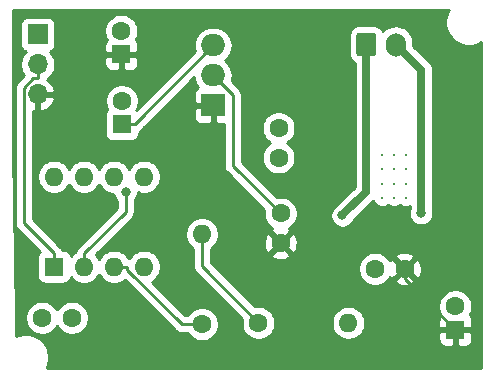
<source format=gbr>
%TF.GenerationSoftware,KiCad,Pcbnew,(5.1.9)-1*%
%TF.CreationDate,2021-03-20T21:05:45-03:00*%
%TF.ProjectId,boto_arm,626f746f-5f61-4726-9d2e-6b696361645f,rev?*%
%TF.SameCoordinates,Original*%
%TF.FileFunction,Copper,L2,Bot*%
%TF.FilePolarity,Positive*%
%FSLAX46Y46*%
G04 Gerber Fmt 4.6, Leading zero omitted, Abs format (unit mm)*
G04 Created by KiCad (PCBNEW (5.1.9)-1) date 2021-03-20 21:05:45*
%MOMM*%
%LPD*%
G01*
G04 APERTURE LIST*
%TA.AperFunction,ComponentPad*%
%ADD10O,1.700000X2.000000*%
%TD*%
%TA.AperFunction,ComponentPad*%
%ADD11R,1.600000X1.600000*%
%TD*%
%TA.AperFunction,ComponentPad*%
%ADD12C,1.600000*%
%TD*%
%TA.AperFunction,ComponentPad*%
%ADD13R,1.700000X1.700000*%
%TD*%
%TA.AperFunction,ComponentPad*%
%ADD14O,1.700000X1.700000*%
%TD*%
%TA.AperFunction,ComponentPad*%
%ADD15O,1.600000X1.600000*%
%TD*%
%TA.AperFunction,ComponentPad*%
%ADD16R,2.000000X1.905000*%
%TD*%
%TA.AperFunction,ComponentPad*%
%ADD17O,2.000000X1.905000*%
%TD*%
%TA.AperFunction,ComponentPad*%
%ADD18C,0.300000*%
%TD*%
%TA.AperFunction,ViaPad*%
%ADD19C,0.800000*%
%TD*%
%TA.AperFunction,Conductor*%
%ADD20C,0.250000*%
%TD*%
%TA.AperFunction,Conductor*%
%ADD21C,0.700000*%
%TD*%
%TA.AperFunction,Conductor*%
%ADD22C,0.254000*%
%TD*%
%TA.AperFunction,Conductor*%
%ADD23C,0.100000*%
%TD*%
G04 APERTURE END LIST*
D10*
%TO.P,J2,2*%
%TO.N,/OUT2*%
X95490000Y-70820000D03*
%TO.P,J2,1*%
%TO.N,/OUT1*%
%TA.AperFunction,ComponentPad*%
G36*
G01*
X92140000Y-71570000D02*
X92140000Y-70070000D01*
G75*
G02*
X92390000Y-69820000I250000J0D01*
G01*
X93590000Y-69820000D01*
G75*
G02*
X93840000Y-70070000I0J-250000D01*
G01*
X93840000Y-71570000D01*
G75*
G02*
X93590000Y-71820000I-250000J0D01*
G01*
X92390000Y-71820000D01*
G75*
G02*
X92140000Y-71570000I0J250000D01*
G01*
G37*
%TD.AperFunction*%
%TD*%
D11*
%TO.P,C1,1*%
%TO.N,/12V*%
X72250000Y-71650000D03*
D12*
%TO.P,C1,2*%
%TO.N,GND*%
X72250000Y-69650000D03*
%TD*%
%TO.P,C2,2*%
%TO.N,GND*%
X72290000Y-75580000D03*
D11*
%TO.P,C2,1*%
%TO.N,/5V*%
X72290000Y-77580000D03*
%TD*%
%TO.P,C3,1*%
%TO.N,/12V*%
X100530000Y-94980000D03*
D12*
%TO.P,C3,2*%
%TO.N,GND*%
X100530000Y-92980000D03*
%TD*%
%TO.P,C4,2*%
%TO.N,/12V*%
X85730000Y-87620000D03*
%TO.P,C4,1*%
%TO.N,GND*%
X85730000Y-85120000D03*
%TD*%
%TO.P,C5,1*%
%TO.N,/12V*%
X96240000Y-89800000D03*
%TO.P,C5,2*%
%TO.N,Net-(C5-Pad2)*%
X93740000Y-89800000D03*
%TD*%
%TO.P,C6,2*%
%TO.N,GND*%
X68050000Y-93950000D03*
%TO.P,C6,1*%
%TO.N,/VPROPI_FILTERED*%
X65550000Y-93950000D03*
%TD*%
%TO.P,C7,1*%
%TO.N,Net-(C7-Pad1)*%
X85560000Y-80380000D03*
%TO.P,C7,2*%
%TO.N,Net-(C7-Pad2)*%
X85560000Y-77880000D03*
%TD*%
D13*
%TO.P,J1,1*%
%TO.N,GND*%
X65180000Y-69960000D03*
D14*
%TO.P,J1,2*%
%TO.N,/SGN*%
X65180000Y-72500000D03*
%TO.P,J1,3*%
%TO.N,/12V*%
X65180000Y-75040000D03*
%TD*%
D12*
%TO.P,R1,1*%
%TO.N,/IPROPI_VOL*%
X83860000Y-94370000D03*
D15*
%TO.P,R1,2*%
%TO.N,GND*%
X91480000Y-94370000D03*
%TD*%
%TO.P,R2,2*%
%TO.N,/IPROPI_VOL*%
X79080000Y-86880000D03*
D12*
%TO.P,R2,1*%
%TO.N,/VPROPI_FILTERED*%
X79080000Y-94500000D03*
%TD*%
D16*
%TO.P,U1,1*%
%TO.N,/12V*%
X80030000Y-75970000D03*
D17*
%TO.P,U1,2*%
%TO.N,GND*%
X80030000Y-73430000D03*
%TO.P,U1,3*%
%TO.N,/5V*%
X80030000Y-70890000D03*
%TD*%
D11*
%TO.P,U2,1*%
%TO.N,/SGN*%
X66560000Y-89620000D03*
D15*
%TO.P,U2,5*%
%TO.N,/IN1*%
X74180000Y-82000000D03*
%TO.P,U2,2*%
%TO.N,/nSLEEP*%
X69100000Y-89620000D03*
%TO.P,U2,6*%
%TO.N,/IN2*%
X71640000Y-82000000D03*
%TO.P,U2,3*%
%TO.N,/VPROPI_FILTERED*%
X71640000Y-89620000D03*
%TO.P,U2,7*%
%TO.N,/nFAULT*%
X69100000Y-82000000D03*
%TO.P,U2,4*%
%TO.N,GND*%
X74180000Y-89620000D03*
%TO.P,U2,8*%
%TO.N,/5V*%
X66560000Y-82000000D03*
%TD*%
D18*
%TO.P,U3,18*%
%TO.N,N/C*%
X94340000Y-80190000D03*
%TO.P,U3,19*%
X95340000Y-80190000D03*
%TO.P,U3,20*%
X96340000Y-80190000D03*
%TO.P,U3,21*%
X94340000Y-81390000D03*
%TO.P,U3,22*%
X95340000Y-81390000D03*
%TO.P,U3,23*%
X96340000Y-81390000D03*
%TO.P,U3,24*%
X94340000Y-82590000D03*
%TO.P,U3,25*%
X95340000Y-82590000D03*
%TO.P,U3,26*%
X96340000Y-82590000D03*
%TO.P,U3,27*%
X94340000Y-83790000D03*
%TO.P,U3,28*%
X95340000Y-83790000D03*
%TO.P,U3,29*%
X96340000Y-83790000D03*
%TD*%
D19*
%TO.N,/OUT1*%
X90970000Y-85280000D03*
%TO.N,/OUT2*%
X97634300Y-85096000D03*
%TO.N,/nSLEEP*%
X72607200Y-83317600D03*
%TD*%
D20*
%TO.N,/12V*%
X72250000Y-71650000D02*
X71124700Y-71650000D01*
X65180000Y-75040000D02*
X67734700Y-75040000D01*
X67734700Y-75040000D02*
X71124700Y-71650000D01*
X96240000Y-89800000D02*
X96240000Y-90690000D01*
X96240000Y-90690000D02*
X100530000Y-94980000D01*
X80030000Y-75970000D02*
X80030000Y-81920000D01*
X80030000Y-81920000D02*
X85730000Y-87620000D01*
%TO.N,GND*%
X85730000Y-85120000D02*
X81674000Y-81064000D01*
X81674000Y-81064000D02*
X81674000Y-75074000D01*
X81674000Y-75074000D02*
X80030000Y-73430000D01*
%TO.N,/5V*%
X72290000Y-77580000D02*
X73415300Y-77580000D01*
X73415300Y-77580000D02*
X73415300Y-77504700D01*
X73415300Y-77504700D02*
X80030000Y-70890000D01*
%TO.N,/VPROPI_FILTERED*%
X71640000Y-89620000D02*
X72765300Y-89620000D01*
X72765300Y-89620000D02*
X72765300Y-89901300D01*
X72765300Y-89901300D02*
X77364000Y-94500000D01*
X77364000Y-94500000D02*
X79080000Y-94500000D01*
%TO.N,/SGN*%
X65180000Y-72500000D02*
X65180000Y-73675300D01*
X66560000Y-89620000D02*
X66560000Y-88494700D01*
X66560000Y-88494700D02*
X64004700Y-85939400D01*
X64004700Y-85939400D02*
X64004700Y-74483200D01*
X64004700Y-74483200D02*
X64812600Y-73675300D01*
X64812600Y-73675300D02*
X65180000Y-73675300D01*
D21*
%TO.N,/OUT1*%
X92990000Y-83260000D02*
X90970000Y-85280000D01*
X92990000Y-70820000D02*
X92990000Y-83260000D01*
D20*
%TO.N,/OUT2*%
X97634200Y-85096000D02*
X97634300Y-85096000D01*
D21*
X97634300Y-72964300D02*
X95490000Y-70820000D01*
X97634300Y-85096000D02*
X97634300Y-72964300D01*
D20*
%TO.N,/IPROPI_VOL*%
X79080000Y-86880000D02*
X79080000Y-89590000D01*
X79080000Y-89590000D02*
X83860000Y-94370000D01*
%TO.N,/nSLEEP*%
X69100000Y-89620000D02*
X69100000Y-88494700D01*
X69100000Y-88494700D02*
X72607200Y-84987500D01*
X72607200Y-84987500D02*
X72607200Y-83317600D01*
%TD*%
D22*
%TO.N,/12V*%
X99907808Y-68003434D02*
X99758761Y-68363265D01*
X99682777Y-68745261D01*
X99682777Y-69134739D01*
X99758761Y-69516735D01*
X99907808Y-69876566D01*
X99983364Y-69989644D01*
X99983167Y-69993483D01*
X99984333Y-70018352D01*
X99990328Y-70042516D01*
X100000922Y-70065046D01*
X100015707Y-70085076D01*
X100034117Y-70101837D01*
X100055442Y-70114684D01*
X100070058Y-70119390D01*
X100124191Y-70200406D01*
X100399594Y-70475809D01*
X100723434Y-70692192D01*
X101083265Y-70841239D01*
X101465261Y-70917223D01*
X101854739Y-70917223D01*
X102236735Y-70841239D01*
X102596566Y-70692192D01*
X102680000Y-70636443D01*
X102680001Y-98240000D01*
X65936242Y-98240000D01*
X66081239Y-97889946D01*
X66157223Y-97507950D01*
X66157223Y-97118472D01*
X66081239Y-96736476D01*
X65932192Y-96376645D01*
X65715809Y-96052805D01*
X65683488Y-96020484D01*
X65683439Y-96020136D01*
X65675241Y-95996628D01*
X65662614Y-95975171D01*
X65646044Y-95956590D01*
X65626168Y-95941599D01*
X65603748Y-95930773D01*
X65591076Y-95928072D01*
X65440406Y-95777402D01*
X65116566Y-95561019D01*
X64756735Y-95411972D01*
X64374739Y-95335988D01*
X63985261Y-95335988D01*
X63603265Y-95411972D01*
X63341401Y-95520440D01*
X63315401Y-93808665D01*
X64115000Y-93808665D01*
X64115000Y-94091335D01*
X64170147Y-94368574D01*
X64278320Y-94629727D01*
X64435363Y-94864759D01*
X64635241Y-95064637D01*
X64870273Y-95221680D01*
X65131426Y-95329853D01*
X65408665Y-95385000D01*
X65691335Y-95385000D01*
X65968574Y-95329853D01*
X66229727Y-95221680D01*
X66464759Y-95064637D01*
X66664637Y-94864759D01*
X66800000Y-94662173D01*
X66935363Y-94864759D01*
X67135241Y-95064637D01*
X67370273Y-95221680D01*
X67631426Y-95329853D01*
X67908665Y-95385000D01*
X68191335Y-95385000D01*
X68468574Y-95329853D01*
X68729727Y-95221680D01*
X68964759Y-95064637D01*
X69164637Y-94864759D01*
X69321680Y-94629727D01*
X69429853Y-94368574D01*
X69485000Y-94091335D01*
X69485000Y-93808665D01*
X69429853Y-93531426D01*
X69321680Y-93270273D01*
X69164637Y-93035241D01*
X68964759Y-92835363D01*
X68729727Y-92678320D01*
X68468574Y-92570147D01*
X68191335Y-92515000D01*
X67908665Y-92515000D01*
X67631426Y-92570147D01*
X67370273Y-92678320D01*
X67135241Y-92835363D01*
X66935363Y-93035241D01*
X66800000Y-93237827D01*
X66664637Y-93035241D01*
X66464759Y-92835363D01*
X66229727Y-92678320D01*
X65968574Y-92570147D01*
X65691335Y-92515000D01*
X65408665Y-92515000D01*
X65131426Y-92570147D01*
X64870273Y-92678320D01*
X64635241Y-92835363D01*
X64435363Y-93035241D01*
X64278320Y-93270273D01*
X64170147Y-93531426D01*
X64115000Y-93808665D01*
X63315401Y-93808665D01*
X63100000Y-79627246D01*
X63100000Y-74483200D01*
X63241024Y-74483200D01*
X63244701Y-74520532D01*
X63244700Y-85902078D01*
X63241024Y-85939400D01*
X63244700Y-85976722D01*
X63244700Y-85976732D01*
X63255697Y-86088385D01*
X63287863Y-86194424D01*
X63299154Y-86231646D01*
X63369726Y-86363676D01*
X63385855Y-86383329D01*
X63464699Y-86479401D01*
X63493703Y-86503204D01*
X65336551Y-88346053D01*
X65308815Y-88368815D01*
X65229463Y-88465506D01*
X65170498Y-88575820D01*
X65134188Y-88695518D01*
X65121928Y-88820000D01*
X65121928Y-90420000D01*
X65134188Y-90544482D01*
X65170498Y-90664180D01*
X65229463Y-90774494D01*
X65308815Y-90871185D01*
X65405506Y-90950537D01*
X65515820Y-91009502D01*
X65635518Y-91045812D01*
X65760000Y-91058072D01*
X67360000Y-91058072D01*
X67484482Y-91045812D01*
X67604180Y-91009502D01*
X67714494Y-90950537D01*
X67811185Y-90871185D01*
X67890537Y-90774494D01*
X67949502Y-90664180D01*
X67985812Y-90544482D01*
X67986643Y-90536039D01*
X68185241Y-90734637D01*
X68420273Y-90891680D01*
X68681426Y-90999853D01*
X68958665Y-91055000D01*
X69241335Y-91055000D01*
X69518574Y-90999853D01*
X69779727Y-90891680D01*
X70014759Y-90734637D01*
X70214637Y-90534759D01*
X70370000Y-90302241D01*
X70525363Y-90534759D01*
X70725241Y-90734637D01*
X70960273Y-90891680D01*
X71221426Y-90999853D01*
X71498665Y-91055000D01*
X71781335Y-91055000D01*
X72058574Y-90999853D01*
X72319727Y-90891680D01*
X72536222Y-90747023D01*
X76800201Y-95011003D01*
X76823999Y-95040001D01*
X76852997Y-95063799D01*
X76939723Y-95134974D01*
X77071753Y-95205546D01*
X77215014Y-95249003D01*
X77326667Y-95260000D01*
X77326677Y-95260000D01*
X77364000Y-95263676D01*
X77401323Y-95260000D01*
X77861957Y-95260000D01*
X77965363Y-95414759D01*
X78165241Y-95614637D01*
X78400273Y-95771680D01*
X78661426Y-95879853D01*
X78938665Y-95935000D01*
X79221335Y-95935000D01*
X79498574Y-95879853D01*
X79759727Y-95771680D01*
X79994759Y-95614637D01*
X80194637Y-95414759D01*
X80351680Y-95179727D01*
X80459853Y-94918574D01*
X80515000Y-94641335D01*
X80515000Y-94358665D01*
X80459853Y-94081426D01*
X80351680Y-93820273D01*
X80194637Y-93585241D01*
X79994759Y-93385363D01*
X79759727Y-93228320D01*
X79498574Y-93120147D01*
X79221335Y-93065000D01*
X78938665Y-93065000D01*
X78661426Y-93120147D01*
X78400273Y-93228320D01*
X78165241Y-93385363D01*
X77965363Y-93585241D01*
X77861957Y-93740000D01*
X77678802Y-93740000D01*
X74839047Y-90900246D01*
X74859727Y-90891680D01*
X75094759Y-90734637D01*
X75294637Y-90534759D01*
X75451680Y-90299727D01*
X75559853Y-90038574D01*
X75615000Y-89761335D01*
X75615000Y-89478665D01*
X75559853Y-89201426D01*
X75451680Y-88940273D01*
X75294637Y-88705241D01*
X75094759Y-88505363D01*
X74859727Y-88348320D01*
X74598574Y-88240147D01*
X74321335Y-88185000D01*
X74038665Y-88185000D01*
X73761426Y-88240147D01*
X73500273Y-88348320D01*
X73265241Y-88505363D01*
X73065363Y-88705241D01*
X72947813Y-88881167D01*
X72914286Y-88870997D01*
X72861947Y-88865842D01*
X72754637Y-88705241D01*
X72554759Y-88505363D01*
X72319727Y-88348320D01*
X72058574Y-88240147D01*
X71781335Y-88185000D01*
X71498665Y-88185000D01*
X71221426Y-88240147D01*
X70960273Y-88348320D01*
X70725241Y-88505363D01*
X70525363Y-88705241D01*
X70370000Y-88937759D01*
X70214637Y-88705241D01*
X70089449Y-88580053D01*
X71930837Y-86738665D01*
X77645000Y-86738665D01*
X77645000Y-87021335D01*
X77700147Y-87298574D01*
X77808320Y-87559727D01*
X77965363Y-87794759D01*
X78165241Y-87994637D01*
X78320000Y-88098044D01*
X78320001Y-89552668D01*
X78316324Y-89590000D01*
X78320001Y-89627333D01*
X78330998Y-89738986D01*
X78340098Y-89768985D01*
X78374454Y-89882246D01*
X78445026Y-90014276D01*
X78516201Y-90101002D01*
X78540000Y-90130001D01*
X78568998Y-90153799D01*
X82461312Y-94046114D01*
X82425000Y-94228665D01*
X82425000Y-94511335D01*
X82480147Y-94788574D01*
X82588320Y-95049727D01*
X82745363Y-95284759D01*
X82945241Y-95484637D01*
X83180273Y-95641680D01*
X83441426Y-95749853D01*
X83718665Y-95805000D01*
X84001335Y-95805000D01*
X84278574Y-95749853D01*
X84539727Y-95641680D01*
X84774759Y-95484637D01*
X84974637Y-95284759D01*
X85131680Y-95049727D01*
X85239853Y-94788574D01*
X85295000Y-94511335D01*
X85295000Y-94228665D01*
X90045000Y-94228665D01*
X90045000Y-94511335D01*
X90100147Y-94788574D01*
X90208320Y-95049727D01*
X90365363Y-95284759D01*
X90565241Y-95484637D01*
X90800273Y-95641680D01*
X91061426Y-95749853D01*
X91338665Y-95805000D01*
X91621335Y-95805000D01*
X91747016Y-95780000D01*
X99091928Y-95780000D01*
X99104188Y-95904482D01*
X99140498Y-96024180D01*
X99199463Y-96134494D01*
X99278815Y-96231185D01*
X99375506Y-96310537D01*
X99485820Y-96369502D01*
X99605518Y-96405812D01*
X99730000Y-96418072D01*
X100244250Y-96415000D01*
X100403000Y-96256250D01*
X100403000Y-95107000D01*
X100657000Y-95107000D01*
X100657000Y-96256250D01*
X100815750Y-96415000D01*
X101330000Y-96418072D01*
X101454482Y-96405812D01*
X101574180Y-96369502D01*
X101684494Y-96310537D01*
X101781185Y-96231185D01*
X101860537Y-96134494D01*
X101919502Y-96024180D01*
X101955812Y-95904482D01*
X101968072Y-95780000D01*
X101965000Y-95265750D01*
X101806250Y-95107000D01*
X100657000Y-95107000D01*
X100403000Y-95107000D01*
X99253750Y-95107000D01*
X99095000Y-95265750D01*
X99091928Y-95780000D01*
X91747016Y-95780000D01*
X91898574Y-95749853D01*
X92159727Y-95641680D01*
X92394759Y-95484637D01*
X92594637Y-95284759D01*
X92751680Y-95049727D01*
X92859853Y-94788574D01*
X92915000Y-94511335D01*
X92915000Y-94228665D01*
X92905320Y-94180000D01*
X99091928Y-94180000D01*
X99095000Y-94694250D01*
X99253750Y-94853000D01*
X100403000Y-94853000D01*
X100403000Y-94833000D01*
X100657000Y-94833000D01*
X100657000Y-94853000D01*
X101806250Y-94853000D01*
X101965000Y-94694250D01*
X101968072Y-94180000D01*
X101955812Y-94055518D01*
X101919502Y-93935820D01*
X101860537Y-93825506D01*
X101781185Y-93728815D01*
X101764607Y-93715210D01*
X101801680Y-93659727D01*
X101909853Y-93398574D01*
X101965000Y-93121335D01*
X101965000Y-92838665D01*
X101909853Y-92561426D01*
X101801680Y-92300273D01*
X101644637Y-92065241D01*
X101444759Y-91865363D01*
X101209727Y-91708320D01*
X100948574Y-91600147D01*
X100671335Y-91545000D01*
X100388665Y-91545000D01*
X100111426Y-91600147D01*
X99850273Y-91708320D01*
X99615241Y-91865363D01*
X99415363Y-92065241D01*
X99258320Y-92300273D01*
X99150147Y-92561426D01*
X99095000Y-92838665D01*
X99095000Y-93121335D01*
X99150147Y-93398574D01*
X99258320Y-93659727D01*
X99295393Y-93715210D01*
X99278815Y-93728815D01*
X99199463Y-93825506D01*
X99140498Y-93935820D01*
X99104188Y-94055518D01*
X99091928Y-94180000D01*
X92905320Y-94180000D01*
X92859853Y-93951426D01*
X92751680Y-93690273D01*
X92594637Y-93455241D01*
X92394759Y-93255363D01*
X92159727Y-93098320D01*
X91898574Y-92990147D01*
X91621335Y-92935000D01*
X91338665Y-92935000D01*
X91061426Y-92990147D01*
X90800273Y-93098320D01*
X90565241Y-93255363D01*
X90365363Y-93455241D01*
X90208320Y-93690273D01*
X90100147Y-93951426D01*
X90045000Y-94228665D01*
X85295000Y-94228665D01*
X85239853Y-93951426D01*
X85131680Y-93690273D01*
X84974637Y-93455241D01*
X84774759Y-93255363D01*
X84539727Y-93098320D01*
X84278574Y-92990147D01*
X84001335Y-92935000D01*
X83718665Y-92935000D01*
X83536114Y-92971312D01*
X80223467Y-89658665D01*
X92305000Y-89658665D01*
X92305000Y-89941335D01*
X92360147Y-90218574D01*
X92468320Y-90479727D01*
X92625363Y-90714759D01*
X92825241Y-90914637D01*
X93060273Y-91071680D01*
X93321426Y-91179853D01*
X93598665Y-91235000D01*
X93881335Y-91235000D01*
X94158574Y-91179853D01*
X94419727Y-91071680D01*
X94654759Y-90914637D01*
X94776694Y-90792702D01*
X95426903Y-90792702D01*
X95498486Y-91036671D01*
X95753996Y-91157571D01*
X96028184Y-91226300D01*
X96310512Y-91240217D01*
X96590130Y-91198787D01*
X96856292Y-91103603D01*
X96981514Y-91036671D01*
X97053097Y-90792702D01*
X96240000Y-89979605D01*
X95426903Y-90792702D01*
X94776694Y-90792702D01*
X94854637Y-90714759D01*
X94988692Y-90514131D01*
X95003329Y-90541514D01*
X95247298Y-90613097D01*
X96060395Y-89800000D01*
X96419605Y-89800000D01*
X97232702Y-90613097D01*
X97476671Y-90541514D01*
X97597571Y-90286004D01*
X97666300Y-90011816D01*
X97680217Y-89729488D01*
X97638787Y-89449870D01*
X97543603Y-89183708D01*
X97476671Y-89058486D01*
X97232702Y-88986903D01*
X96419605Y-89800000D01*
X96060395Y-89800000D01*
X95247298Y-88986903D01*
X95003329Y-89058486D01*
X94989676Y-89087341D01*
X94854637Y-88885241D01*
X94776694Y-88807298D01*
X95426903Y-88807298D01*
X96240000Y-89620395D01*
X97053097Y-88807298D01*
X96981514Y-88563329D01*
X96726004Y-88442429D01*
X96451816Y-88373700D01*
X96169488Y-88359783D01*
X95889870Y-88401213D01*
X95623708Y-88496397D01*
X95498486Y-88563329D01*
X95426903Y-88807298D01*
X94776694Y-88807298D01*
X94654759Y-88685363D01*
X94419727Y-88528320D01*
X94158574Y-88420147D01*
X93881335Y-88365000D01*
X93598665Y-88365000D01*
X93321426Y-88420147D01*
X93060273Y-88528320D01*
X92825241Y-88685363D01*
X92625363Y-88885241D01*
X92468320Y-89120273D01*
X92360147Y-89381426D01*
X92305000Y-89658665D01*
X80223467Y-89658665D01*
X79840000Y-89275199D01*
X79840000Y-88612702D01*
X84916903Y-88612702D01*
X84988486Y-88856671D01*
X85243996Y-88977571D01*
X85518184Y-89046300D01*
X85800512Y-89060217D01*
X86080130Y-89018787D01*
X86346292Y-88923603D01*
X86471514Y-88856671D01*
X86543097Y-88612702D01*
X85730000Y-87799605D01*
X84916903Y-88612702D01*
X79840000Y-88612702D01*
X79840000Y-88098043D01*
X79994759Y-87994637D01*
X80194637Y-87794759D01*
X80264292Y-87690512D01*
X84289783Y-87690512D01*
X84331213Y-87970130D01*
X84426397Y-88236292D01*
X84493329Y-88361514D01*
X84737298Y-88433097D01*
X85550395Y-87620000D01*
X85909605Y-87620000D01*
X86722702Y-88433097D01*
X86966671Y-88361514D01*
X87087571Y-88106004D01*
X87156300Y-87831816D01*
X87170217Y-87549488D01*
X87128787Y-87269870D01*
X87033603Y-87003708D01*
X86966671Y-86878486D01*
X86722702Y-86806903D01*
X85909605Y-87620000D01*
X85550395Y-87620000D01*
X84737298Y-86806903D01*
X84493329Y-86878486D01*
X84372429Y-87133996D01*
X84303700Y-87408184D01*
X84289783Y-87690512D01*
X80264292Y-87690512D01*
X80351680Y-87559727D01*
X80459853Y-87298574D01*
X80515000Y-87021335D01*
X80515000Y-86738665D01*
X80459853Y-86461426D01*
X80351680Y-86200273D01*
X80194637Y-85965241D01*
X79994759Y-85765363D01*
X79759727Y-85608320D01*
X79498574Y-85500147D01*
X79221335Y-85445000D01*
X78938665Y-85445000D01*
X78661426Y-85500147D01*
X78400273Y-85608320D01*
X78165241Y-85765363D01*
X77965363Y-85965241D01*
X77808320Y-86200273D01*
X77700147Y-86461426D01*
X77645000Y-86738665D01*
X71930837Y-86738665D01*
X73118204Y-85551298D01*
X73147201Y-85527501D01*
X73242174Y-85411776D01*
X73312746Y-85279747D01*
X73356203Y-85136486D01*
X73367200Y-85024833D01*
X73367200Y-85024823D01*
X73370876Y-84987500D01*
X73367200Y-84950177D01*
X73367200Y-84021311D01*
X73411137Y-83977374D01*
X73524405Y-83807856D01*
X73602426Y-83619498D01*
X73642200Y-83419539D01*
X73642200Y-83330468D01*
X73761426Y-83379853D01*
X74038665Y-83435000D01*
X74321335Y-83435000D01*
X74598574Y-83379853D01*
X74859727Y-83271680D01*
X75094759Y-83114637D01*
X75294637Y-82914759D01*
X75451680Y-82679727D01*
X75559853Y-82418574D01*
X75615000Y-82141335D01*
X75615000Y-81858665D01*
X75559853Y-81581426D01*
X75451680Y-81320273D01*
X75294637Y-81085241D01*
X75094759Y-80885363D01*
X74859727Y-80728320D01*
X74598574Y-80620147D01*
X74321335Y-80565000D01*
X74038665Y-80565000D01*
X73761426Y-80620147D01*
X73500273Y-80728320D01*
X73265241Y-80885363D01*
X73065363Y-81085241D01*
X72910000Y-81317759D01*
X72754637Y-81085241D01*
X72554759Y-80885363D01*
X72319727Y-80728320D01*
X72058574Y-80620147D01*
X71781335Y-80565000D01*
X71498665Y-80565000D01*
X71221426Y-80620147D01*
X70960273Y-80728320D01*
X70725241Y-80885363D01*
X70525363Y-81085241D01*
X70370000Y-81317759D01*
X70214637Y-81085241D01*
X70014759Y-80885363D01*
X69779727Y-80728320D01*
X69518574Y-80620147D01*
X69241335Y-80565000D01*
X68958665Y-80565000D01*
X68681426Y-80620147D01*
X68420273Y-80728320D01*
X68185241Y-80885363D01*
X67985363Y-81085241D01*
X67830000Y-81317759D01*
X67674637Y-81085241D01*
X67474759Y-80885363D01*
X67239727Y-80728320D01*
X66978574Y-80620147D01*
X66701335Y-80565000D01*
X66418665Y-80565000D01*
X66141426Y-80620147D01*
X65880273Y-80728320D01*
X65645241Y-80885363D01*
X65445363Y-81085241D01*
X65288320Y-81320273D01*
X65180147Y-81581426D01*
X65125000Y-81858665D01*
X65125000Y-82141335D01*
X65180147Y-82418574D01*
X65288320Y-82679727D01*
X65445363Y-82914759D01*
X65645241Y-83114637D01*
X65880273Y-83271680D01*
X66141426Y-83379853D01*
X66418665Y-83435000D01*
X66701335Y-83435000D01*
X66978574Y-83379853D01*
X67239727Y-83271680D01*
X67474759Y-83114637D01*
X67674637Y-82914759D01*
X67830000Y-82682241D01*
X67985363Y-82914759D01*
X68185241Y-83114637D01*
X68420273Y-83271680D01*
X68681426Y-83379853D01*
X68958665Y-83435000D01*
X69241335Y-83435000D01*
X69518574Y-83379853D01*
X69779727Y-83271680D01*
X70014759Y-83114637D01*
X70214637Y-82914759D01*
X70370000Y-82682241D01*
X70525363Y-82914759D01*
X70725241Y-83114637D01*
X70960273Y-83271680D01*
X71221426Y-83379853D01*
X71498665Y-83435000D01*
X71575275Y-83435000D01*
X71611974Y-83619498D01*
X71689995Y-83807856D01*
X71803263Y-83977374D01*
X71847201Y-84021312D01*
X71847200Y-84672698D01*
X68588998Y-87930901D01*
X68560000Y-87954699D01*
X68536202Y-87983697D01*
X68536201Y-87983698D01*
X68465026Y-88070424D01*
X68394454Y-88202454D01*
X68377043Y-88259853D01*
X68350998Y-88345714D01*
X68348723Y-88368815D01*
X68345843Y-88398052D01*
X68185241Y-88505363D01*
X67986643Y-88703961D01*
X67985812Y-88695518D01*
X67949502Y-88575820D01*
X67890537Y-88465506D01*
X67811185Y-88368815D01*
X67714494Y-88289463D01*
X67604180Y-88230498D01*
X67484482Y-88194188D01*
X67360000Y-88181928D01*
X67254575Y-88181928D01*
X67238407Y-88151680D01*
X67194974Y-88070423D01*
X67123799Y-87983697D01*
X67100001Y-87954699D01*
X67071003Y-87930901D01*
X64764700Y-85624599D01*
X64764700Y-76780000D01*
X70851928Y-76780000D01*
X70851928Y-78380000D01*
X70864188Y-78504482D01*
X70900498Y-78624180D01*
X70959463Y-78734494D01*
X71038815Y-78831185D01*
X71135506Y-78910537D01*
X71245820Y-78969502D01*
X71365518Y-79005812D01*
X71490000Y-79018072D01*
X73090000Y-79018072D01*
X73214482Y-79005812D01*
X73334180Y-78969502D01*
X73444494Y-78910537D01*
X73541185Y-78831185D01*
X73620537Y-78734494D01*
X73679502Y-78624180D01*
X73715812Y-78504482D01*
X73728072Y-78380000D01*
X73728072Y-78274575D01*
X73839576Y-78214974D01*
X73955301Y-78120001D01*
X74050274Y-78004276D01*
X74118885Y-77875916D01*
X75072301Y-76922500D01*
X78391928Y-76922500D01*
X78404188Y-77046982D01*
X78440498Y-77166680D01*
X78499463Y-77276994D01*
X78578815Y-77373685D01*
X78675506Y-77453037D01*
X78785820Y-77512002D01*
X78905518Y-77548312D01*
X79030000Y-77560572D01*
X79744250Y-77557500D01*
X79903000Y-77398750D01*
X79903000Y-76097000D01*
X78553750Y-76097000D01*
X78395000Y-76255750D01*
X78391928Y-76922500D01*
X75072301Y-76922500D01*
X78403232Y-73591570D01*
X78417970Y-73741204D01*
X78508745Y-74040449D01*
X78656155Y-74316235D01*
X78759446Y-74442095D01*
X78675506Y-74486963D01*
X78578815Y-74566315D01*
X78499463Y-74663006D01*
X78440498Y-74773320D01*
X78404188Y-74893018D01*
X78391928Y-75017500D01*
X78395000Y-75684250D01*
X78553750Y-75843000D01*
X79903000Y-75843000D01*
X79903000Y-75823000D01*
X80157000Y-75823000D01*
X80157000Y-75843000D01*
X80177000Y-75843000D01*
X80177000Y-76097000D01*
X80157000Y-76097000D01*
X80157000Y-77398750D01*
X80315750Y-77557500D01*
X80914001Y-77560073D01*
X80914000Y-81026677D01*
X80910324Y-81064000D01*
X80914000Y-81101322D01*
X80914000Y-81101332D01*
X80924997Y-81212985D01*
X80955240Y-81312684D01*
X80968454Y-81356246D01*
X81039026Y-81488276D01*
X81078871Y-81536826D01*
X81133999Y-81604001D01*
X81163003Y-81627804D01*
X84331312Y-84796114D01*
X84295000Y-84978665D01*
X84295000Y-85261335D01*
X84350147Y-85538574D01*
X84458320Y-85799727D01*
X84615363Y-86034759D01*
X84815241Y-86234637D01*
X85015869Y-86368692D01*
X84988486Y-86383329D01*
X84916903Y-86627298D01*
X85730000Y-87440395D01*
X86543097Y-86627298D01*
X86471514Y-86383329D01*
X86442659Y-86369676D01*
X86644759Y-86234637D01*
X86844637Y-86034759D01*
X87001680Y-85799727D01*
X87109853Y-85538574D01*
X87165000Y-85261335D01*
X87165000Y-85178061D01*
X89935000Y-85178061D01*
X89935000Y-85381939D01*
X89974774Y-85581898D01*
X90052795Y-85770256D01*
X90166063Y-85939774D01*
X90310226Y-86083937D01*
X90479744Y-86197205D01*
X90668102Y-86275226D01*
X90868061Y-86315000D01*
X91071939Y-86315000D01*
X91271898Y-86275226D01*
X91460256Y-86197205D01*
X91629774Y-86083937D01*
X91773937Y-85939774D01*
X91887205Y-85770256D01*
X91897431Y-85745569D01*
X93596548Y-84046452D01*
X93644342Y-84161837D01*
X93730251Y-84290408D01*
X93839592Y-84399749D01*
X93968163Y-84485658D01*
X94111024Y-84544833D01*
X94262684Y-84575000D01*
X94417316Y-84575000D01*
X94568976Y-84544833D01*
X94711837Y-84485658D01*
X94840000Y-84400022D01*
X94968163Y-84485658D01*
X95111024Y-84544833D01*
X95262684Y-84575000D01*
X95417316Y-84575000D01*
X95568976Y-84544833D01*
X95711837Y-84485658D01*
X95840000Y-84400022D01*
X95968163Y-84485658D01*
X96111024Y-84544833D01*
X96262684Y-84575000D01*
X96417316Y-84575000D01*
X96568976Y-84544833D01*
X96649300Y-84511562D01*
X96649300Y-84769414D01*
X96639074Y-84794102D01*
X96599300Y-84994061D01*
X96599300Y-85197939D01*
X96639074Y-85397898D01*
X96717095Y-85586256D01*
X96830363Y-85755774D01*
X96974526Y-85899937D01*
X97144044Y-86013205D01*
X97332402Y-86091226D01*
X97532361Y-86131000D01*
X97736239Y-86131000D01*
X97936198Y-86091226D01*
X98124556Y-86013205D01*
X98294074Y-85899937D01*
X98438237Y-85755774D01*
X98551505Y-85586256D01*
X98629526Y-85397898D01*
X98669300Y-85197939D01*
X98669300Y-84994061D01*
X98629526Y-84794102D01*
X98619300Y-84769414D01*
X98619300Y-73012679D01*
X98624065Y-72964299D01*
X98605047Y-72771206D01*
X98548724Y-72585533D01*
X98542817Y-72574482D01*
X98457260Y-72414416D01*
X98334170Y-72264430D01*
X98296584Y-72233584D01*
X96975000Y-70912000D01*
X96975000Y-70597050D01*
X96953513Y-70378889D01*
X96868599Y-70098966D01*
X96730706Y-69840986D01*
X96545134Y-69614866D01*
X96319013Y-69429294D01*
X96061033Y-69291401D01*
X95781110Y-69206487D01*
X95490000Y-69177815D01*
X95198889Y-69206487D01*
X94918966Y-69291401D01*
X94660986Y-69429294D01*
X94434866Y-69614866D01*
X94382777Y-69678337D01*
X94328405Y-69576614D01*
X94217962Y-69442038D01*
X94083386Y-69331595D01*
X93929850Y-69249528D01*
X93763254Y-69198992D01*
X93590000Y-69181928D01*
X92390000Y-69181928D01*
X92216746Y-69198992D01*
X92050150Y-69249528D01*
X91896614Y-69331595D01*
X91762038Y-69442038D01*
X91651595Y-69576614D01*
X91569528Y-69730150D01*
X91518992Y-69896746D01*
X91501928Y-70070000D01*
X91501928Y-71570000D01*
X91518992Y-71743254D01*
X91569528Y-71909850D01*
X91651595Y-72063386D01*
X91762038Y-72197962D01*
X91896614Y-72308405D01*
X92005000Y-72366339D01*
X92005001Y-82851999D01*
X90504431Y-84352569D01*
X90479744Y-84362795D01*
X90310226Y-84476063D01*
X90166063Y-84620226D01*
X90052795Y-84789744D01*
X89974774Y-84978102D01*
X89935000Y-85178061D01*
X87165000Y-85178061D01*
X87165000Y-84978665D01*
X87109853Y-84701426D01*
X87001680Y-84440273D01*
X86844637Y-84205241D01*
X86644759Y-84005363D01*
X86409727Y-83848320D01*
X86148574Y-83740147D01*
X85871335Y-83685000D01*
X85588665Y-83685000D01*
X85406114Y-83721312D01*
X82434000Y-80749199D01*
X82434000Y-77738665D01*
X84125000Y-77738665D01*
X84125000Y-78021335D01*
X84180147Y-78298574D01*
X84288320Y-78559727D01*
X84445363Y-78794759D01*
X84645241Y-78994637D01*
X84847827Y-79130000D01*
X84645241Y-79265363D01*
X84445363Y-79465241D01*
X84288320Y-79700273D01*
X84180147Y-79961426D01*
X84125000Y-80238665D01*
X84125000Y-80521335D01*
X84180147Y-80798574D01*
X84288320Y-81059727D01*
X84445363Y-81294759D01*
X84645241Y-81494637D01*
X84880273Y-81651680D01*
X85141426Y-81759853D01*
X85418665Y-81815000D01*
X85701335Y-81815000D01*
X85978574Y-81759853D01*
X86239727Y-81651680D01*
X86474759Y-81494637D01*
X86674637Y-81294759D01*
X86831680Y-81059727D01*
X86939853Y-80798574D01*
X86995000Y-80521335D01*
X86995000Y-80238665D01*
X86939853Y-79961426D01*
X86831680Y-79700273D01*
X86674637Y-79465241D01*
X86474759Y-79265363D01*
X86272173Y-79130000D01*
X86474759Y-78994637D01*
X86674637Y-78794759D01*
X86831680Y-78559727D01*
X86939853Y-78298574D01*
X86995000Y-78021335D01*
X86995000Y-77738665D01*
X86939853Y-77461426D01*
X86831680Y-77200273D01*
X86674637Y-76965241D01*
X86474759Y-76765363D01*
X86239727Y-76608320D01*
X85978574Y-76500147D01*
X85701335Y-76445000D01*
X85418665Y-76445000D01*
X85141426Y-76500147D01*
X84880273Y-76608320D01*
X84645241Y-76765363D01*
X84445363Y-76965241D01*
X84288320Y-77200273D01*
X84180147Y-77461426D01*
X84125000Y-77738665D01*
X82434000Y-77738665D01*
X82434000Y-75111322D01*
X82437676Y-75073999D01*
X82434000Y-75036676D01*
X82434000Y-75036667D01*
X82423003Y-74925014D01*
X82379546Y-74781753D01*
X82365965Y-74756345D01*
X82308974Y-74649723D01*
X82237799Y-74562997D01*
X82214001Y-74533999D01*
X82185003Y-74510201D01*
X81589424Y-73914622D01*
X81642030Y-73741204D01*
X81672681Y-73430000D01*
X81642030Y-73118796D01*
X81551255Y-72819551D01*
X81403845Y-72543765D01*
X81205463Y-72302037D01*
X81032391Y-72160000D01*
X81205463Y-72017963D01*
X81403845Y-71776235D01*
X81551255Y-71500449D01*
X81642030Y-71201204D01*
X81672681Y-70890000D01*
X81642030Y-70578796D01*
X81551255Y-70279551D01*
X81403845Y-70003765D01*
X81205463Y-69762037D01*
X80963735Y-69563655D01*
X80687949Y-69416245D01*
X80388704Y-69325470D01*
X80155486Y-69302500D01*
X79904514Y-69302500D01*
X79671296Y-69325470D01*
X79372051Y-69416245D01*
X79096265Y-69563655D01*
X78854537Y-69762037D01*
X78656155Y-70003765D01*
X78508745Y-70279551D01*
X78417970Y-70578796D01*
X78387319Y-70890000D01*
X78417970Y-71201204D01*
X78470576Y-71374622D01*
X73527563Y-76317636D01*
X73524607Y-76315210D01*
X73561680Y-76259727D01*
X73669853Y-75998574D01*
X73725000Y-75721335D01*
X73725000Y-75438665D01*
X73669853Y-75161426D01*
X73561680Y-74900273D01*
X73404637Y-74665241D01*
X73204759Y-74465363D01*
X72969727Y-74308320D01*
X72708574Y-74200147D01*
X72431335Y-74145000D01*
X72148665Y-74145000D01*
X71871426Y-74200147D01*
X71610273Y-74308320D01*
X71375241Y-74465363D01*
X71175363Y-74665241D01*
X71018320Y-74900273D01*
X70910147Y-75161426D01*
X70855000Y-75438665D01*
X70855000Y-75721335D01*
X70910147Y-75998574D01*
X71018320Y-76259727D01*
X71055393Y-76315210D01*
X71038815Y-76328815D01*
X70959463Y-76425506D01*
X70900498Y-76535820D01*
X70864188Y-76655518D01*
X70851928Y-76780000D01*
X64764700Y-76780000D01*
X64764700Y-76460762D01*
X64823109Y-76481481D01*
X65053000Y-76360814D01*
X65053000Y-75167000D01*
X65307000Y-75167000D01*
X65307000Y-76360814D01*
X65536891Y-76481481D01*
X65811252Y-76384157D01*
X66061355Y-76235178D01*
X66277588Y-76040269D01*
X66451641Y-75806920D01*
X66576825Y-75544099D01*
X66621476Y-75396890D01*
X66500155Y-75167000D01*
X65307000Y-75167000D01*
X65053000Y-75167000D01*
X65033000Y-75167000D01*
X65033000Y-74913000D01*
X65053000Y-74913000D01*
X65053000Y-74893000D01*
X65307000Y-74893000D01*
X65307000Y-74913000D01*
X66500155Y-74913000D01*
X66621476Y-74683110D01*
X66576825Y-74535901D01*
X66451641Y-74273080D01*
X66277588Y-74039731D01*
X66061355Y-73844822D01*
X65944466Y-73775195D01*
X66126632Y-73653475D01*
X66333475Y-73446632D01*
X66495990Y-73203411D01*
X66607932Y-72933158D01*
X66665000Y-72646260D01*
X66665000Y-72450000D01*
X70811928Y-72450000D01*
X70824188Y-72574482D01*
X70860498Y-72694180D01*
X70919463Y-72804494D01*
X70998815Y-72901185D01*
X71095506Y-72980537D01*
X71205820Y-73039502D01*
X71325518Y-73075812D01*
X71450000Y-73088072D01*
X71964250Y-73085000D01*
X72123000Y-72926250D01*
X72123000Y-71777000D01*
X72377000Y-71777000D01*
X72377000Y-72926250D01*
X72535750Y-73085000D01*
X73050000Y-73088072D01*
X73174482Y-73075812D01*
X73294180Y-73039502D01*
X73404494Y-72980537D01*
X73501185Y-72901185D01*
X73580537Y-72804494D01*
X73639502Y-72694180D01*
X73675812Y-72574482D01*
X73688072Y-72450000D01*
X73685000Y-71935750D01*
X73526250Y-71777000D01*
X72377000Y-71777000D01*
X72123000Y-71777000D01*
X70973750Y-71777000D01*
X70815000Y-71935750D01*
X70811928Y-72450000D01*
X66665000Y-72450000D01*
X66665000Y-72353740D01*
X66607932Y-72066842D01*
X66495990Y-71796589D01*
X66333475Y-71553368D01*
X66201620Y-71421513D01*
X66274180Y-71399502D01*
X66384494Y-71340537D01*
X66481185Y-71261185D01*
X66560537Y-71164494D01*
X66619502Y-71054180D01*
X66655812Y-70934482D01*
X66664132Y-70850000D01*
X70811928Y-70850000D01*
X70815000Y-71364250D01*
X70973750Y-71523000D01*
X72123000Y-71523000D01*
X72123000Y-71503000D01*
X72377000Y-71503000D01*
X72377000Y-71523000D01*
X73526250Y-71523000D01*
X73685000Y-71364250D01*
X73688072Y-70850000D01*
X73675812Y-70725518D01*
X73639502Y-70605820D01*
X73580537Y-70495506D01*
X73501185Y-70398815D01*
X73484607Y-70385210D01*
X73521680Y-70329727D01*
X73629853Y-70068574D01*
X73685000Y-69791335D01*
X73685000Y-69508665D01*
X73629853Y-69231426D01*
X73521680Y-68970273D01*
X73364637Y-68735241D01*
X73164759Y-68535363D01*
X72929727Y-68378320D01*
X72668574Y-68270147D01*
X72391335Y-68215000D01*
X72108665Y-68215000D01*
X71831426Y-68270147D01*
X71570273Y-68378320D01*
X71335241Y-68535363D01*
X71135363Y-68735241D01*
X70978320Y-68970273D01*
X70870147Y-69231426D01*
X70815000Y-69508665D01*
X70815000Y-69791335D01*
X70870147Y-70068574D01*
X70978320Y-70329727D01*
X71015393Y-70385210D01*
X70998815Y-70398815D01*
X70919463Y-70495506D01*
X70860498Y-70605820D01*
X70824188Y-70725518D01*
X70811928Y-70850000D01*
X66664132Y-70850000D01*
X66668072Y-70810000D01*
X66668072Y-69110000D01*
X66655812Y-68985518D01*
X66619502Y-68865820D01*
X66560537Y-68755506D01*
X66481185Y-68658815D01*
X66384494Y-68579463D01*
X66274180Y-68520498D01*
X66154482Y-68484188D01*
X66030000Y-68471928D01*
X64330000Y-68471928D01*
X64205518Y-68484188D01*
X64085820Y-68520498D01*
X63975506Y-68579463D01*
X63878815Y-68658815D01*
X63799463Y-68755506D01*
X63740498Y-68865820D01*
X63704188Y-68985518D01*
X63691928Y-69110000D01*
X63691928Y-70810000D01*
X63704188Y-70934482D01*
X63740498Y-71054180D01*
X63799463Y-71164494D01*
X63878815Y-71261185D01*
X63975506Y-71340537D01*
X64085820Y-71399502D01*
X64158380Y-71421513D01*
X64026525Y-71553368D01*
X63864010Y-71796589D01*
X63752068Y-72066842D01*
X63695000Y-72353740D01*
X63695000Y-72646260D01*
X63752068Y-72933158D01*
X63864010Y-73203411D01*
X64002469Y-73410629D01*
X63493698Y-73919401D01*
X63464700Y-73943199D01*
X63440902Y-73972197D01*
X63440901Y-73972198D01*
X63369726Y-74058924D01*
X63299154Y-74190954D01*
X63255698Y-74334215D01*
X63241024Y-74483200D01*
X63100000Y-74483200D01*
X63100000Y-67900000D01*
X99976920Y-67900000D01*
X99907808Y-68003434D01*
%TA.AperFunction,Conductor*%
D23*
G36*
X99907808Y-68003434D02*
G01*
X99758761Y-68363265D01*
X99682777Y-68745261D01*
X99682777Y-69134739D01*
X99758761Y-69516735D01*
X99907808Y-69876566D01*
X99983364Y-69989644D01*
X99983167Y-69993483D01*
X99984333Y-70018352D01*
X99990328Y-70042516D01*
X100000922Y-70065046D01*
X100015707Y-70085076D01*
X100034117Y-70101837D01*
X100055442Y-70114684D01*
X100070058Y-70119390D01*
X100124191Y-70200406D01*
X100399594Y-70475809D01*
X100723434Y-70692192D01*
X101083265Y-70841239D01*
X101465261Y-70917223D01*
X101854739Y-70917223D01*
X102236735Y-70841239D01*
X102596566Y-70692192D01*
X102680000Y-70636443D01*
X102680001Y-98240000D01*
X65936242Y-98240000D01*
X66081239Y-97889946D01*
X66157223Y-97507950D01*
X66157223Y-97118472D01*
X66081239Y-96736476D01*
X65932192Y-96376645D01*
X65715809Y-96052805D01*
X65683488Y-96020484D01*
X65683439Y-96020136D01*
X65675241Y-95996628D01*
X65662614Y-95975171D01*
X65646044Y-95956590D01*
X65626168Y-95941599D01*
X65603748Y-95930773D01*
X65591076Y-95928072D01*
X65440406Y-95777402D01*
X65116566Y-95561019D01*
X64756735Y-95411972D01*
X64374739Y-95335988D01*
X63985261Y-95335988D01*
X63603265Y-95411972D01*
X63341401Y-95520440D01*
X63315401Y-93808665D01*
X64115000Y-93808665D01*
X64115000Y-94091335D01*
X64170147Y-94368574D01*
X64278320Y-94629727D01*
X64435363Y-94864759D01*
X64635241Y-95064637D01*
X64870273Y-95221680D01*
X65131426Y-95329853D01*
X65408665Y-95385000D01*
X65691335Y-95385000D01*
X65968574Y-95329853D01*
X66229727Y-95221680D01*
X66464759Y-95064637D01*
X66664637Y-94864759D01*
X66800000Y-94662173D01*
X66935363Y-94864759D01*
X67135241Y-95064637D01*
X67370273Y-95221680D01*
X67631426Y-95329853D01*
X67908665Y-95385000D01*
X68191335Y-95385000D01*
X68468574Y-95329853D01*
X68729727Y-95221680D01*
X68964759Y-95064637D01*
X69164637Y-94864759D01*
X69321680Y-94629727D01*
X69429853Y-94368574D01*
X69485000Y-94091335D01*
X69485000Y-93808665D01*
X69429853Y-93531426D01*
X69321680Y-93270273D01*
X69164637Y-93035241D01*
X68964759Y-92835363D01*
X68729727Y-92678320D01*
X68468574Y-92570147D01*
X68191335Y-92515000D01*
X67908665Y-92515000D01*
X67631426Y-92570147D01*
X67370273Y-92678320D01*
X67135241Y-92835363D01*
X66935363Y-93035241D01*
X66800000Y-93237827D01*
X66664637Y-93035241D01*
X66464759Y-92835363D01*
X66229727Y-92678320D01*
X65968574Y-92570147D01*
X65691335Y-92515000D01*
X65408665Y-92515000D01*
X65131426Y-92570147D01*
X64870273Y-92678320D01*
X64635241Y-92835363D01*
X64435363Y-93035241D01*
X64278320Y-93270273D01*
X64170147Y-93531426D01*
X64115000Y-93808665D01*
X63315401Y-93808665D01*
X63100000Y-79627246D01*
X63100000Y-74483200D01*
X63241024Y-74483200D01*
X63244701Y-74520532D01*
X63244700Y-85902078D01*
X63241024Y-85939400D01*
X63244700Y-85976722D01*
X63244700Y-85976732D01*
X63255697Y-86088385D01*
X63287863Y-86194424D01*
X63299154Y-86231646D01*
X63369726Y-86363676D01*
X63385855Y-86383329D01*
X63464699Y-86479401D01*
X63493703Y-86503204D01*
X65336551Y-88346053D01*
X65308815Y-88368815D01*
X65229463Y-88465506D01*
X65170498Y-88575820D01*
X65134188Y-88695518D01*
X65121928Y-88820000D01*
X65121928Y-90420000D01*
X65134188Y-90544482D01*
X65170498Y-90664180D01*
X65229463Y-90774494D01*
X65308815Y-90871185D01*
X65405506Y-90950537D01*
X65515820Y-91009502D01*
X65635518Y-91045812D01*
X65760000Y-91058072D01*
X67360000Y-91058072D01*
X67484482Y-91045812D01*
X67604180Y-91009502D01*
X67714494Y-90950537D01*
X67811185Y-90871185D01*
X67890537Y-90774494D01*
X67949502Y-90664180D01*
X67985812Y-90544482D01*
X67986643Y-90536039D01*
X68185241Y-90734637D01*
X68420273Y-90891680D01*
X68681426Y-90999853D01*
X68958665Y-91055000D01*
X69241335Y-91055000D01*
X69518574Y-90999853D01*
X69779727Y-90891680D01*
X70014759Y-90734637D01*
X70214637Y-90534759D01*
X70370000Y-90302241D01*
X70525363Y-90534759D01*
X70725241Y-90734637D01*
X70960273Y-90891680D01*
X71221426Y-90999853D01*
X71498665Y-91055000D01*
X71781335Y-91055000D01*
X72058574Y-90999853D01*
X72319727Y-90891680D01*
X72536222Y-90747023D01*
X76800201Y-95011003D01*
X76823999Y-95040001D01*
X76852997Y-95063799D01*
X76939723Y-95134974D01*
X77071753Y-95205546D01*
X77215014Y-95249003D01*
X77326667Y-95260000D01*
X77326677Y-95260000D01*
X77364000Y-95263676D01*
X77401323Y-95260000D01*
X77861957Y-95260000D01*
X77965363Y-95414759D01*
X78165241Y-95614637D01*
X78400273Y-95771680D01*
X78661426Y-95879853D01*
X78938665Y-95935000D01*
X79221335Y-95935000D01*
X79498574Y-95879853D01*
X79759727Y-95771680D01*
X79994759Y-95614637D01*
X80194637Y-95414759D01*
X80351680Y-95179727D01*
X80459853Y-94918574D01*
X80515000Y-94641335D01*
X80515000Y-94358665D01*
X80459853Y-94081426D01*
X80351680Y-93820273D01*
X80194637Y-93585241D01*
X79994759Y-93385363D01*
X79759727Y-93228320D01*
X79498574Y-93120147D01*
X79221335Y-93065000D01*
X78938665Y-93065000D01*
X78661426Y-93120147D01*
X78400273Y-93228320D01*
X78165241Y-93385363D01*
X77965363Y-93585241D01*
X77861957Y-93740000D01*
X77678802Y-93740000D01*
X74839047Y-90900246D01*
X74859727Y-90891680D01*
X75094759Y-90734637D01*
X75294637Y-90534759D01*
X75451680Y-90299727D01*
X75559853Y-90038574D01*
X75615000Y-89761335D01*
X75615000Y-89478665D01*
X75559853Y-89201426D01*
X75451680Y-88940273D01*
X75294637Y-88705241D01*
X75094759Y-88505363D01*
X74859727Y-88348320D01*
X74598574Y-88240147D01*
X74321335Y-88185000D01*
X74038665Y-88185000D01*
X73761426Y-88240147D01*
X73500273Y-88348320D01*
X73265241Y-88505363D01*
X73065363Y-88705241D01*
X72947813Y-88881167D01*
X72914286Y-88870997D01*
X72861947Y-88865842D01*
X72754637Y-88705241D01*
X72554759Y-88505363D01*
X72319727Y-88348320D01*
X72058574Y-88240147D01*
X71781335Y-88185000D01*
X71498665Y-88185000D01*
X71221426Y-88240147D01*
X70960273Y-88348320D01*
X70725241Y-88505363D01*
X70525363Y-88705241D01*
X70370000Y-88937759D01*
X70214637Y-88705241D01*
X70089449Y-88580053D01*
X71930837Y-86738665D01*
X77645000Y-86738665D01*
X77645000Y-87021335D01*
X77700147Y-87298574D01*
X77808320Y-87559727D01*
X77965363Y-87794759D01*
X78165241Y-87994637D01*
X78320000Y-88098044D01*
X78320001Y-89552668D01*
X78316324Y-89590000D01*
X78320001Y-89627333D01*
X78330998Y-89738986D01*
X78340098Y-89768985D01*
X78374454Y-89882246D01*
X78445026Y-90014276D01*
X78516201Y-90101002D01*
X78540000Y-90130001D01*
X78568998Y-90153799D01*
X82461312Y-94046114D01*
X82425000Y-94228665D01*
X82425000Y-94511335D01*
X82480147Y-94788574D01*
X82588320Y-95049727D01*
X82745363Y-95284759D01*
X82945241Y-95484637D01*
X83180273Y-95641680D01*
X83441426Y-95749853D01*
X83718665Y-95805000D01*
X84001335Y-95805000D01*
X84278574Y-95749853D01*
X84539727Y-95641680D01*
X84774759Y-95484637D01*
X84974637Y-95284759D01*
X85131680Y-95049727D01*
X85239853Y-94788574D01*
X85295000Y-94511335D01*
X85295000Y-94228665D01*
X90045000Y-94228665D01*
X90045000Y-94511335D01*
X90100147Y-94788574D01*
X90208320Y-95049727D01*
X90365363Y-95284759D01*
X90565241Y-95484637D01*
X90800273Y-95641680D01*
X91061426Y-95749853D01*
X91338665Y-95805000D01*
X91621335Y-95805000D01*
X91747016Y-95780000D01*
X99091928Y-95780000D01*
X99104188Y-95904482D01*
X99140498Y-96024180D01*
X99199463Y-96134494D01*
X99278815Y-96231185D01*
X99375506Y-96310537D01*
X99485820Y-96369502D01*
X99605518Y-96405812D01*
X99730000Y-96418072D01*
X100244250Y-96415000D01*
X100403000Y-96256250D01*
X100403000Y-95107000D01*
X100657000Y-95107000D01*
X100657000Y-96256250D01*
X100815750Y-96415000D01*
X101330000Y-96418072D01*
X101454482Y-96405812D01*
X101574180Y-96369502D01*
X101684494Y-96310537D01*
X101781185Y-96231185D01*
X101860537Y-96134494D01*
X101919502Y-96024180D01*
X101955812Y-95904482D01*
X101968072Y-95780000D01*
X101965000Y-95265750D01*
X101806250Y-95107000D01*
X100657000Y-95107000D01*
X100403000Y-95107000D01*
X99253750Y-95107000D01*
X99095000Y-95265750D01*
X99091928Y-95780000D01*
X91747016Y-95780000D01*
X91898574Y-95749853D01*
X92159727Y-95641680D01*
X92394759Y-95484637D01*
X92594637Y-95284759D01*
X92751680Y-95049727D01*
X92859853Y-94788574D01*
X92915000Y-94511335D01*
X92915000Y-94228665D01*
X92905320Y-94180000D01*
X99091928Y-94180000D01*
X99095000Y-94694250D01*
X99253750Y-94853000D01*
X100403000Y-94853000D01*
X100403000Y-94833000D01*
X100657000Y-94833000D01*
X100657000Y-94853000D01*
X101806250Y-94853000D01*
X101965000Y-94694250D01*
X101968072Y-94180000D01*
X101955812Y-94055518D01*
X101919502Y-93935820D01*
X101860537Y-93825506D01*
X101781185Y-93728815D01*
X101764607Y-93715210D01*
X101801680Y-93659727D01*
X101909853Y-93398574D01*
X101965000Y-93121335D01*
X101965000Y-92838665D01*
X101909853Y-92561426D01*
X101801680Y-92300273D01*
X101644637Y-92065241D01*
X101444759Y-91865363D01*
X101209727Y-91708320D01*
X100948574Y-91600147D01*
X100671335Y-91545000D01*
X100388665Y-91545000D01*
X100111426Y-91600147D01*
X99850273Y-91708320D01*
X99615241Y-91865363D01*
X99415363Y-92065241D01*
X99258320Y-92300273D01*
X99150147Y-92561426D01*
X99095000Y-92838665D01*
X99095000Y-93121335D01*
X99150147Y-93398574D01*
X99258320Y-93659727D01*
X99295393Y-93715210D01*
X99278815Y-93728815D01*
X99199463Y-93825506D01*
X99140498Y-93935820D01*
X99104188Y-94055518D01*
X99091928Y-94180000D01*
X92905320Y-94180000D01*
X92859853Y-93951426D01*
X92751680Y-93690273D01*
X92594637Y-93455241D01*
X92394759Y-93255363D01*
X92159727Y-93098320D01*
X91898574Y-92990147D01*
X91621335Y-92935000D01*
X91338665Y-92935000D01*
X91061426Y-92990147D01*
X90800273Y-93098320D01*
X90565241Y-93255363D01*
X90365363Y-93455241D01*
X90208320Y-93690273D01*
X90100147Y-93951426D01*
X90045000Y-94228665D01*
X85295000Y-94228665D01*
X85239853Y-93951426D01*
X85131680Y-93690273D01*
X84974637Y-93455241D01*
X84774759Y-93255363D01*
X84539727Y-93098320D01*
X84278574Y-92990147D01*
X84001335Y-92935000D01*
X83718665Y-92935000D01*
X83536114Y-92971312D01*
X80223467Y-89658665D01*
X92305000Y-89658665D01*
X92305000Y-89941335D01*
X92360147Y-90218574D01*
X92468320Y-90479727D01*
X92625363Y-90714759D01*
X92825241Y-90914637D01*
X93060273Y-91071680D01*
X93321426Y-91179853D01*
X93598665Y-91235000D01*
X93881335Y-91235000D01*
X94158574Y-91179853D01*
X94419727Y-91071680D01*
X94654759Y-90914637D01*
X94776694Y-90792702D01*
X95426903Y-90792702D01*
X95498486Y-91036671D01*
X95753996Y-91157571D01*
X96028184Y-91226300D01*
X96310512Y-91240217D01*
X96590130Y-91198787D01*
X96856292Y-91103603D01*
X96981514Y-91036671D01*
X97053097Y-90792702D01*
X96240000Y-89979605D01*
X95426903Y-90792702D01*
X94776694Y-90792702D01*
X94854637Y-90714759D01*
X94988692Y-90514131D01*
X95003329Y-90541514D01*
X95247298Y-90613097D01*
X96060395Y-89800000D01*
X96419605Y-89800000D01*
X97232702Y-90613097D01*
X97476671Y-90541514D01*
X97597571Y-90286004D01*
X97666300Y-90011816D01*
X97680217Y-89729488D01*
X97638787Y-89449870D01*
X97543603Y-89183708D01*
X97476671Y-89058486D01*
X97232702Y-88986903D01*
X96419605Y-89800000D01*
X96060395Y-89800000D01*
X95247298Y-88986903D01*
X95003329Y-89058486D01*
X94989676Y-89087341D01*
X94854637Y-88885241D01*
X94776694Y-88807298D01*
X95426903Y-88807298D01*
X96240000Y-89620395D01*
X97053097Y-88807298D01*
X96981514Y-88563329D01*
X96726004Y-88442429D01*
X96451816Y-88373700D01*
X96169488Y-88359783D01*
X95889870Y-88401213D01*
X95623708Y-88496397D01*
X95498486Y-88563329D01*
X95426903Y-88807298D01*
X94776694Y-88807298D01*
X94654759Y-88685363D01*
X94419727Y-88528320D01*
X94158574Y-88420147D01*
X93881335Y-88365000D01*
X93598665Y-88365000D01*
X93321426Y-88420147D01*
X93060273Y-88528320D01*
X92825241Y-88685363D01*
X92625363Y-88885241D01*
X92468320Y-89120273D01*
X92360147Y-89381426D01*
X92305000Y-89658665D01*
X80223467Y-89658665D01*
X79840000Y-89275199D01*
X79840000Y-88612702D01*
X84916903Y-88612702D01*
X84988486Y-88856671D01*
X85243996Y-88977571D01*
X85518184Y-89046300D01*
X85800512Y-89060217D01*
X86080130Y-89018787D01*
X86346292Y-88923603D01*
X86471514Y-88856671D01*
X86543097Y-88612702D01*
X85730000Y-87799605D01*
X84916903Y-88612702D01*
X79840000Y-88612702D01*
X79840000Y-88098043D01*
X79994759Y-87994637D01*
X80194637Y-87794759D01*
X80264292Y-87690512D01*
X84289783Y-87690512D01*
X84331213Y-87970130D01*
X84426397Y-88236292D01*
X84493329Y-88361514D01*
X84737298Y-88433097D01*
X85550395Y-87620000D01*
X85909605Y-87620000D01*
X86722702Y-88433097D01*
X86966671Y-88361514D01*
X87087571Y-88106004D01*
X87156300Y-87831816D01*
X87170217Y-87549488D01*
X87128787Y-87269870D01*
X87033603Y-87003708D01*
X86966671Y-86878486D01*
X86722702Y-86806903D01*
X85909605Y-87620000D01*
X85550395Y-87620000D01*
X84737298Y-86806903D01*
X84493329Y-86878486D01*
X84372429Y-87133996D01*
X84303700Y-87408184D01*
X84289783Y-87690512D01*
X80264292Y-87690512D01*
X80351680Y-87559727D01*
X80459853Y-87298574D01*
X80515000Y-87021335D01*
X80515000Y-86738665D01*
X80459853Y-86461426D01*
X80351680Y-86200273D01*
X80194637Y-85965241D01*
X79994759Y-85765363D01*
X79759727Y-85608320D01*
X79498574Y-85500147D01*
X79221335Y-85445000D01*
X78938665Y-85445000D01*
X78661426Y-85500147D01*
X78400273Y-85608320D01*
X78165241Y-85765363D01*
X77965363Y-85965241D01*
X77808320Y-86200273D01*
X77700147Y-86461426D01*
X77645000Y-86738665D01*
X71930837Y-86738665D01*
X73118204Y-85551298D01*
X73147201Y-85527501D01*
X73242174Y-85411776D01*
X73312746Y-85279747D01*
X73356203Y-85136486D01*
X73367200Y-85024833D01*
X73367200Y-85024823D01*
X73370876Y-84987500D01*
X73367200Y-84950177D01*
X73367200Y-84021311D01*
X73411137Y-83977374D01*
X73524405Y-83807856D01*
X73602426Y-83619498D01*
X73642200Y-83419539D01*
X73642200Y-83330468D01*
X73761426Y-83379853D01*
X74038665Y-83435000D01*
X74321335Y-83435000D01*
X74598574Y-83379853D01*
X74859727Y-83271680D01*
X75094759Y-83114637D01*
X75294637Y-82914759D01*
X75451680Y-82679727D01*
X75559853Y-82418574D01*
X75615000Y-82141335D01*
X75615000Y-81858665D01*
X75559853Y-81581426D01*
X75451680Y-81320273D01*
X75294637Y-81085241D01*
X75094759Y-80885363D01*
X74859727Y-80728320D01*
X74598574Y-80620147D01*
X74321335Y-80565000D01*
X74038665Y-80565000D01*
X73761426Y-80620147D01*
X73500273Y-80728320D01*
X73265241Y-80885363D01*
X73065363Y-81085241D01*
X72910000Y-81317759D01*
X72754637Y-81085241D01*
X72554759Y-80885363D01*
X72319727Y-80728320D01*
X72058574Y-80620147D01*
X71781335Y-80565000D01*
X71498665Y-80565000D01*
X71221426Y-80620147D01*
X70960273Y-80728320D01*
X70725241Y-80885363D01*
X70525363Y-81085241D01*
X70370000Y-81317759D01*
X70214637Y-81085241D01*
X70014759Y-80885363D01*
X69779727Y-80728320D01*
X69518574Y-80620147D01*
X69241335Y-80565000D01*
X68958665Y-80565000D01*
X68681426Y-80620147D01*
X68420273Y-80728320D01*
X68185241Y-80885363D01*
X67985363Y-81085241D01*
X67830000Y-81317759D01*
X67674637Y-81085241D01*
X67474759Y-80885363D01*
X67239727Y-80728320D01*
X66978574Y-80620147D01*
X66701335Y-80565000D01*
X66418665Y-80565000D01*
X66141426Y-80620147D01*
X65880273Y-80728320D01*
X65645241Y-80885363D01*
X65445363Y-81085241D01*
X65288320Y-81320273D01*
X65180147Y-81581426D01*
X65125000Y-81858665D01*
X65125000Y-82141335D01*
X65180147Y-82418574D01*
X65288320Y-82679727D01*
X65445363Y-82914759D01*
X65645241Y-83114637D01*
X65880273Y-83271680D01*
X66141426Y-83379853D01*
X66418665Y-83435000D01*
X66701335Y-83435000D01*
X66978574Y-83379853D01*
X67239727Y-83271680D01*
X67474759Y-83114637D01*
X67674637Y-82914759D01*
X67830000Y-82682241D01*
X67985363Y-82914759D01*
X68185241Y-83114637D01*
X68420273Y-83271680D01*
X68681426Y-83379853D01*
X68958665Y-83435000D01*
X69241335Y-83435000D01*
X69518574Y-83379853D01*
X69779727Y-83271680D01*
X70014759Y-83114637D01*
X70214637Y-82914759D01*
X70370000Y-82682241D01*
X70525363Y-82914759D01*
X70725241Y-83114637D01*
X70960273Y-83271680D01*
X71221426Y-83379853D01*
X71498665Y-83435000D01*
X71575275Y-83435000D01*
X71611974Y-83619498D01*
X71689995Y-83807856D01*
X71803263Y-83977374D01*
X71847201Y-84021312D01*
X71847200Y-84672698D01*
X68588998Y-87930901D01*
X68560000Y-87954699D01*
X68536202Y-87983697D01*
X68536201Y-87983698D01*
X68465026Y-88070424D01*
X68394454Y-88202454D01*
X68377043Y-88259853D01*
X68350998Y-88345714D01*
X68348723Y-88368815D01*
X68345843Y-88398052D01*
X68185241Y-88505363D01*
X67986643Y-88703961D01*
X67985812Y-88695518D01*
X67949502Y-88575820D01*
X67890537Y-88465506D01*
X67811185Y-88368815D01*
X67714494Y-88289463D01*
X67604180Y-88230498D01*
X67484482Y-88194188D01*
X67360000Y-88181928D01*
X67254575Y-88181928D01*
X67238407Y-88151680D01*
X67194974Y-88070423D01*
X67123799Y-87983697D01*
X67100001Y-87954699D01*
X67071003Y-87930901D01*
X64764700Y-85624599D01*
X64764700Y-76780000D01*
X70851928Y-76780000D01*
X70851928Y-78380000D01*
X70864188Y-78504482D01*
X70900498Y-78624180D01*
X70959463Y-78734494D01*
X71038815Y-78831185D01*
X71135506Y-78910537D01*
X71245820Y-78969502D01*
X71365518Y-79005812D01*
X71490000Y-79018072D01*
X73090000Y-79018072D01*
X73214482Y-79005812D01*
X73334180Y-78969502D01*
X73444494Y-78910537D01*
X73541185Y-78831185D01*
X73620537Y-78734494D01*
X73679502Y-78624180D01*
X73715812Y-78504482D01*
X73728072Y-78380000D01*
X73728072Y-78274575D01*
X73839576Y-78214974D01*
X73955301Y-78120001D01*
X74050274Y-78004276D01*
X74118885Y-77875916D01*
X75072301Y-76922500D01*
X78391928Y-76922500D01*
X78404188Y-77046982D01*
X78440498Y-77166680D01*
X78499463Y-77276994D01*
X78578815Y-77373685D01*
X78675506Y-77453037D01*
X78785820Y-77512002D01*
X78905518Y-77548312D01*
X79030000Y-77560572D01*
X79744250Y-77557500D01*
X79903000Y-77398750D01*
X79903000Y-76097000D01*
X78553750Y-76097000D01*
X78395000Y-76255750D01*
X78391928Y-76922500D01*
X75072301Y-76922500D01*
X78403232Y-73591570D01*
X78417970Y-73741204D01*
X78508745Y-74040449D01*
X78656155Y-74316235D01*
X78759446Y-74442095D01*
X78675506Y-74486963D01*
X78578815Y-74566315D01*
X78499463Y-74663006D01*
X78440498Y-74773320D01*
X78404188Y-74893018D01*
X78391928Y-75017500D01*
X78395000Y-75684250D01*
X78553750Y-75843000D01*
X79903000Y-75843000D01*
X79903000Y-75823000D01*
X80157000Y-75823000D01*
X80157000Y-75843000D01*
X80177000Y-75843000D01*
X80177000Y-76097000D01*
X80157000Y-76097000D01*
X80157000Y-77398750D01*
X80315750Y-77557500D01*
X80914001Y-77560073D01*
X80914000Y-81026677D01*
X80910324Y-81064000D01*
X80914000Y-81101322D01*
X80914000Y-81101332D01*
X80924997Y-81212985D01*
X80955240Y-81312684D01*
X80968454Y-81356246D01*
X81039026Y-81488276D01*
X81078871Y-81536826D01*
X81133999Y-81604001D01*
X81163003Y-81627804D01*
X84331312Y-84796114D01*
X84295000Y-84978665D01*
X84295000Y-85261335D01*
X84350147Y-85538574D01*
X84458320Y-85799727D01*
X84615363Y-86034759D01*
X84815241Y-86234637D01*
X85015869Y-86368692D01*
X84988486Y-86383329D01*
X84916903Y-86627298D01*
X85730000Y-87440395D01*
X86543097Y-86627298D01*
X86471514Y-86383329D01*
X86442659Y-86369676D01*
X86644759Y-86234637D01*
X86844637Y-86034759D01*
X87001680Y-85799727D01*
X87109853Y-85538574D01*
X87165000Y-85261335D01*
X87165000Y-85178061D01*
X89935000Y-85178061D01*
X89935000Y-85381939D01*
X89974774Y-85581898D01*
X90052795Y-85770256D01*
X90166063Y-85939774D01*
X90310226Y-86083937D01*
X90479744Y-86197205D01*
X90668102Y-86275226D01*
X90868061Y-86315000D01*
X91071939Y-86315000D01*
X91271898Y-86275226D01*
X91460256Y-86197205D01*
X91629774Y-86083937D01*
X91773937Y-85939774D01*
X91887205Y-85770256D01*
X91897431Y-85745569D01*
X93596548Y-84046452D01*
X93644342Y-84161837D01*
X93730251Y-84290408D01*
X93839592Y-84399749D01*
X93968163Y-84485658D01*
X94111024Y-84544833D01*
X94262684Y-84575000D01*
X94417316Y-84575000D01*
X94568976Y-84544833D01*
X94711837Y-84485658D01*
X94840000Y-84400022D01*
X94968163Y-84485658D01*
X95111024Y-84544833D01*
X95262684Y-84575000D01*
X95417316Y-84575000D01*
X95568976Y-84544833D01*
X95711837Y-84485658D01*
X95840000Y-84400022D01*
X95968163Y-84485658D01*
X96111024Y-84544833D01*
X96262684Y-84575000D01*
X96417316Y-84575000D01*
X96568976Y-84544833D01*
X96649300Y-84511562D01*
X96649300Y-84769414D01*
X96639074Y-84794102D01*
X96599300Y-84994061D01*
X96599300Y-85197939D01*
X96639074Y-85397898D01*
X96717095Y-85586256D01*
X96830363Y-85755774D01*
X96974526Y-85899937D01*
X97144044Y-86013205D01*
X97332402Y-86091226D01*
X97532361Y-86131000D01*
X97736239Y-86131000D01*
X97936198Y-86091226D01*
X98124556Y-86013205D01*
X98294074Y-85899937D01*
X98438237Y-85755774D01*
X98551505Y-85586256D01*
X98629526Y-85397898D01*
X98669300Y-85197939D01*
X98669300Y-84994061D01*
X98629526Y-84794102D01*
X98619300Y-84769414D01*
X98619300Y-73012679D01*
X98624065Y-72964299D01*
X98605047Y-72771206D01*
X98548724Y-72585533D01*
X98542817Y-72574482D01*
X98457260Y-72414416D01*
X98334170Y-72264430D01*
X98296584Y-72233584D01*
X96975000Y-70912000D01*
X96975000Y-70597050D01*
X96953513Y-70378889D01*
X96868599Y-70098966D01*
X96730706Y-69840986D01*
X96545134Y-69614866D01*
X96319013Y-69429294D01*
X96061033Y-69291401D01*
X95781110Y-69206487D01*
X95490000Y-69177815D01*
X95198889Y-69206487D01*
X94918966Y-69291401D01*
X94660986Y-69429294D01*
X94434866Y-69614866D01*
X94382777Y-69678337D01*
X94328405Y-69576614D01*
X94217962Y-69442038D01*
X94083386Y-69331595D01*
X93929850Y-69249528D01*
X93763254Y-69198992D01*
X93590000Y-69181928D01*
X92390000Y-69181928D01*
X92216746Y-69198992D01*
X92050150Y-69249528D01*
X91896614Y-69331595D01*
X91762038Y-69442038D01*
X91651595Y-69576614D01*
X91569528Y-69730150D01*
X91518992Y-69896746D01*
X91501928Y-70070000D01*
X91501928Y-71570000D01*
X91518992Y-71743254D01*
X91569528Y-71909850D01*
X91651595Y-72063386D01*
X91762038Y-72197962D01*
X91896614Y-72308405D01*
X92005000Y-72366339D01*
X92005001Y-82851999D01*
X90504431Y-84352569D01*
X90479744Y-84362795D01*
X90310226Y-84476063D01*
X90166063Y-84620226D01*
X90052795Y-84789744D01*
X89974774Y-84978102D01*
X89935000Y-85178061D01*
X87165000Y-85178061D01*
X87165000Y-84978665D01*
X87109853Y-84701426D01*
X87001680Y-84440273D01*
X86844637Y-84205241D01*
X86644759Y-84005363D01*
X86409727Y-83848320D01*
X86148574Y-83740147D01*
X85871335Y-83685000D01*
X85588665Y-83685000D01*
X85406114Y-83721312D01*
X82434000Y-80749199D01*
X82434000Y-77738665D01*
X84125000Y-77738665D01*
X84125000Y-78021335D01*
X84180147Y-78298574D01*
X84288320Y-78559727D01*
X84445363Y-78794759D01*
X84645241Y-78994637D01*
X84847827Y-79130000D01*
X84645241Y-79265363D01*
X84445363Y-79465241D01*
X84288320Y-79700273D01*
X84180147Y-79961426D01*
X84125000Y-80238665D01*
X84125000Y-80521335D01*
X84180147Y-80798574D01*
X84288320Y-81059727D01*
X84445363Y-81294759D01*
X84645241Y-81494637D01*
X84880273Y-81651680D01*
X85141426Y-81759853D01*
X85418665Y-81815000D01*
X85701335Y-81815000D01*
X85978574Y-81759853D01*
X86239727Y-81651680D01*
X86474759Y-81494637D01*
X86674637Y-81294759D01*
X86831680Y-81059727D01*
X86939853Y-80798574D01*
X86995000Y-80521335D01*
X86995000Y-80238665D01*
X86939853Y-79961426D01*
X86831680Y-79700273D01*
X86674637Y-79465241D01*
X86474759Y-79265363D01*
X86272173Y-79130000D01*
X86474759Y-78994637D01*
X86674637Y-78794759D01*
X86831680Y-78559727D01*
X86939853Y-78298574D01*
X86995000Y-78021335D01*
X86995000Y-77738665D01*
X86939853Y-77461426D01*
X86831680Y-77200273D01*
X86674637Y-76965241D01*
X86474759Y-76765363D01*
X86239727Y-76608320D01*
X85978574Y-76500147D01*
X85701335Y-76445000D01*
X85418665Y-76445000D01*
X85141426Y-76500147D01*
X84880273Y-76608320D01*
X84645241Y-76765363D01*
X84445363Y-76965241D01*
X84288320Y-77200273D01*
X84180147Y-77461426D01*
X84125000Y-77738665D01*
X82434000Y-77738665D01*
X82434000Y-75111322D01*
X82437676Y-75073999D01*
X82434000Y-75036676D01*
X82434000Y-75036667D01*
X82423003Y-74925014D01*
X82379546Y-74781753D01*
X82365965Y-74756345D01*
X82308974Y-74649723D01*
X82237799Y-74562997D01*
X82214001Y-74533999D01*
X82185003Y-74510201D01*
X81589424Y-73914622D01*
X81642030Y-73741204D01*
X81672681Y-73430000D01*
X81642030Y-73118796D01*
X81551255Y-72819551D01*
X81403845Y-72543765D01*
X81205463Y-72302037D01*
X81032391Y-72160000D01*
X81205463Y-72017963D01*
X81403845Y-71776235D01*
X81551255Y-71500449D01*
X81642030Y-71201204D01*
X81672681Y-70890000D01*
X81642030Y-70578796D01*
X81551255Y-70279551D01*
X81403845Y-70003765D01*
X81205463Y-69762037D01*
X80963735Y-69563655D01*
X80687949Y-69416245D01*
X80388704Y-69325470D01*
X80155486Y-69302500D01*
X79904514Y-69302500D01*
X79671296Y-69325470D01*
X79372051Y-69416245D01*
X79096265Y-69563655D01*
X78854537Y-69762037D01*
X78656155Y-70003765D01*
X78508745Y-70279551D01*
X78417970Y-70578796D01*
X78387319Y-70890000D01*
X78417970Y-71201204D01*
X78470576Y-71374622D01*
X73527563Y-76317636D01*
X73524607Y-76315210D01*
X73561680Y-76259727D01*
X73669853Y-75998574D01*
X73725000Y-75721335D01*
X73725000Y-75438665D01*
X73669853Y-75161426D01*
X73561680Y-74900273D01*
X73404637Y-74665241D01*
X73204759Y-74465363D01*
X72969727Y-74308320D01*
X72708574Y-74200147D01*
X72431335Y-74145000D01*
X72148665Y-74145000D01*
X71871426Y-74200147D01*
X71610273Y-74308320D01*
X71375241Y-74465363D01*
X71175363Y-74665241D01*
X71018320Y-74900273D01*
X70910147Y-75161426D01*
X70855000Y-75438665D01*
X70855000Y-75721335D01*
X70910147Y-75998574D01*
X71018320Y-76259727D01*
X71055393Y-76315210D01*
X71038815Y-76328815D01*
X70959463Y-76425506D01*
X70900498Y-76535820D01*
X70864188Y-76655518D01*
X70851928Y-76780000D01*
X64764700Y-76780000D01*
X64764700Y-76460762D01*
X64823109Y-76481481D01*
X65053000Y-76360814D01*
X65053000Y-75167000D01*
X65307000Y-75167000D01*
X65307000Y-76360814D01*
X65536891Y-76481481D01*
X65811252Y-76384157D01*
X66061355Y-76235178D01*
X66277588Y-76040269D01*
X66451641Y-75806920D01*
X66576825Y-75544099D01*
X66621476Y-75396890D01*
X66500155Y-75167000D01*
X65307000Y-75167000D01*
X65053000Y-75167000D01*
X65033000Y-75167000D01*
X65033000Y-74913000D01*
X65053000Y-74913000D01*
X65053000Y-74893000D01*
X65307000Y-74893000D01*
X65307000Y-74913000D01*
X66500155Y-74913000D01*
X66621476Y-74683110D01*
X66576825Y-74535901D01*
X66451641Y-74273080D01*
X66277588Y-74039731D01*
X66061355Y-73844822D01*
X65944466Y-73775195D01*
X66126632Y-73653475D01*
X66333475Y-73446632D01*
X66495990Y-73203411D01*
X66607932Y-72933158D01*
X66665000Y-72646260D01*
X66665000Y-72450000D01*
X70811928Y-72450000D01*
X70824188Y-72574482D01*
X70860498Y-72694180D01*
X70919463Y-72804494D01*
X70998815Y-72901185D01*
X71095506Y-72980537D01*
X71205820Y-73039502D01*
X71325518Y-73075812D01*
X71450000Y-73088072D01*
X71964250Y-73085000D01*
X72123000Y-72926250D01*
X72123000Y-71777000D01*
X72377000Y-71777000D01*
X72377000Y-72926250D01*
X72535750Y-73085000D01*
X73050000Y-73088072D01*
X73174482Y-73075812D01*
X73294180Y-73039502D01*
X73404494Y-72980537D01*
X73501185Y-72901185D01*
X73580537Y-72804494D01*
X73639502Y-72694180D01*
X73675812Y-72574482D01*
X73688072Y-72450000D01*
X73685000Y-71935750D01*
X73526250Y-71777000D01*
X72377000Y-71777000D01*
X72123000Y-71777000D01*
X70973750Y-71777000D01*
X70815000Y-71935750D01*
X70811928Y-72450000D01*
X66665000Y-72450000D01*
X66665000Y-72353740D01*
X66607932Y-72066842D01*
X66495990Y-71796589D01*
X66333475Y-71553368D01*
X66201620Y-71421513D01*
X66274180Y-71399502D01*
X66384494Y-71340537D01*
X66481185Y-71261185D01*
X66560537Y-71164494D01*
X66619502Y-71054180D01*
X66655812Y-70934482D01*
X66664132Y-70850000D01*
X70811928Y-70850000D01*
X70815000Y-71364250D01*
X70973750Y-71523000D01*
X72123000Y-71523000D01*
X72123000Y-71503000D01*
X72377000Y-71503000D01*
X72377000Y-71523000D01*
X73526250Y-71523000D01*
X73685000Y-71364250D01*
X73688072Y-70850000D01*
X73675812Y-70725518D01*
X73639502Y-70605820D01*
X73580537Y-70495506D01*
X73501185Y-70398815D01*
X73484607Y-70385210D01*
X73521680Y-70329727D01*
X73629853Y-70068574D01*
X73685000Y-69791335D01*
X73685000Y-69508665D01*
X73629853Y-69231426D01*
X73521680Y-68970273D01*
X73364637Y-68735241D01*
X73164759Y-68535363D01*
X72929727Y-68378320D01*
X72668574Y-68270147D01*
X72391335Y-68215000D01*
X72108665Y-68215000D01*
X71831426Y-68270147D01*
X71570273Y-68378320D01*
X71335241Y-68535363D01*
X71135363Y-68735241D01*
X70978320Y-68970273D01*
X70870147Y-69231426D01*
X70815000Y-69508665D01*
X70815000Y-69791335D01*
X70870147Y-70068574D01*
X70978320Y-70329727D01*
X71015393Y-70385210D01*
X70998815Y-70398815D01*
X70919463Y-70495506D01*
X70860498Y-70605820D01*
X70824188Y-70725518D01*
X70811928Y-70850000D01*
X66664132Y-70850000D01*
X66668072Y-70810000D01*
X66668072Y-69110000D01*
X66655812Y-68985518D01*
X66619502Y-68865820D01*
X66560537Y-68755506D01*
X66481185Y-68658815D01*
X66384494Y-68579463D01*
X66274180Y-68520498D01*
X66154482Y-68484188D01*
X66030000Y-68471928D01*
X64330000Y-68471928D01*
X64205518Y-68484188D01*
X64085820Y-68520498D01*
X63975506Y-68579463D01*
X63878815Y-68658815D01*
X63799463Y-68755506D01*
X63740498Y-68865820D01*
X63704188Y-68985518D01*
X63691928Y-69110000D01*
X63691928Y-70810000D01*
X63704188Y-70934482D01*
X63740498Y-71054180D01*
X63799463Y-71164494D01*
X63878815Y-71261185D01*
X63975506Y-71340537D01*
X64085820Y-71399502D01*
X64158380Y-71421513D01*
X64026525Y-71553368D01*
X63864010Y-71796589D01*
X63752068Y-72066842D01*
X63695000Y-72353740D01*
X63695000Y-72646260D01*
X63752068Y-72933158D01*
X63864010Y-73203411D01*
X64002469Y-73410629D01*
X63493698Y-73919401D01*
X63464700Y-73943199D01*
X63440902Y-73972197D01*
X63440901Y-73972198D01*
X63369726Y-74058924D01*
X63299154Y-74190954D01*
X63255698Y-74334215D01*
X63241024Y-74483200D01*
X63100000Y-74483200D01*
X63100000Y-67900000D01*
X99976920Y-67900000D01*
X99907808Y-68003434D01*
G37*
%TD.AperFunction*%
%TD*%
M02*

</source>
